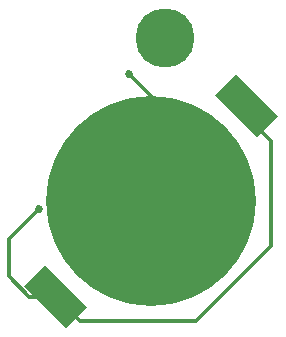
<source format=gbl>
G04 #@! TF.FileFunction,Copper,L2,Bot,Signal*
%FSLAX46Y46*%
G04 Gerber Fmt 4.6, Leading zero omitted, Abs format (unit mm)*
G04 Created by KiCad (PCBNEW 4.0.7) date 06/29/18 14:44:45*
%MOMM*%
%LPD*%
G01*
G04 APERTURE LIST*
%ADD10C,0.100000*%
%ADD11C,17.780000*%
%ADD12C,5.000000*%
%ADD13C,0.685800*%
%ADD14C,0.304800*%
G04 APERTURE END LIST*
D10*
D11*
X207645000Y-92075000D03*
D10*
G36*
X214829205Y-81298692D02*
X218421308Y-84890795D01*
X216625257Y-86686846D01*
X213033154Y-83094743D01*
X214829205Y-81298692D01*
X214829205Y-81298692D01*
G37*
G36*
X198664743Y-97463154D02*
X202256846Y-101055257D01*
X200460795Y-102851308D01*
X196868692Y-99259205D01*
X198664743Y-97463154D01*
X198664743Y-97463154D01*
G37*
D12*
X208820000Y-78250000D03*
D13*
X205740000Y-81280000D03*
X198120000Y-92710000D03*
D14*
X207645000Y-93345000D02*
X207645000Y-83185000D01*
X207645000Y-83185000D02*
X205740000Y-81280000D01*
X195580000Y-95250000D02*
X198120000Y-92710000D01*
X199562769Y-100157231D02*
X197312231Y-100157231D01*
X197312231Y-100157231D02*
X195580000Y-98425000D01*
X195580000Y-98425000D02*
X195580000Y-95885000D01*
X195580000Y-95885000D02*
X195580000Y-95250000D01*
X215727231Y-83992769D02*
X215727231Y-84917231D01*
X215727231Y-84917231D02*
X217805000Y-86995000D01*
X217805000Y-86995000D02*
X217805000Y-95885000D01*
X217805000Y-95885000D02*
X211455000Y-102235000D01*
X211455000Y-102235000D02*
X201640538Y-102235000D01*
X201640538Y-102235000D02*
X199562769Y-100157231D01*
M02*

</source>
